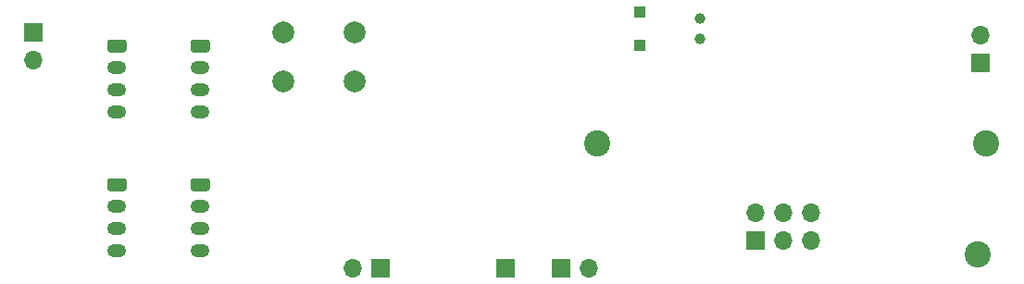
<source format=gbr>
G04 #@! TF.GenerationSoftware,KiCad,Pcbnew,5.1.6+dfsg1-1*
G04 #@! TF.CreationDate,2020-08-09T15:43:52+02:00*
G04 #@! TF.ProjectId,CaLoRa,43614c6f-5261-42e6-9b69-6361645f7063,rev?*
G04 #@! TF.SameCoordinates,Original*
G04 #@! TF.FileFunction,Soldermask,Bot*
G04 #@! TF.FilePolarity,Negative*
%FSLAX46Y46*%
G04 Gerber Fmt 4.6, Leading zero omitted, Abs format (unit mm)*
G04 Created by KiCad (PCBNEW 5.1.6+dfsg1-1) date 2020-08-09 15:43:52*
%MOMM*%
%LPD*%
G01*
G04 APERTURE LIST*
%ADD10C,2.400000*%
%ADD11R,1.000000X1.000000*%
%ADD12C,1.000000*%
%ADD13C,2.000000*%
%ADD14O,1.700000X1.700000*%
%ADD15R,1.700000X1.700000*%
%ADD16O,1.750000X1.200000*%
G04 APERTURE END LIST*
D10*
X229870000Y-97790000D03*
D11*
X198970000Y-78650000D03*
X198970000Y-75650000D03*
D12*
X204470000Y-78100000D03*
X204470000Y-76200000D03*
D13*
X172870000Y-77470000D03*
X172870000Y-81970000D03*
X166370000Y-77470000D03*
X166370000Y-81970000D03*
D14*
X230124000Y-77724000D03*
D15*
X230124000Y-80264000D03*
D14*
X143510000Y-80010000D03*
D15*
X143510000Y-77470000D03*
D16*
X151130000Y-84740000D03*
X151130000Y-82740000D03*
X151130000Y-80740000D03*
G36*
G01*
X150504999Y-78140000D02*
X151755001Y-78140000D01*
G75*
G02*
X152005000Y-78389999I0J-249999D01*
G01*
X152005000Y-79090001D01*
G75*
G02*
X151755001Y-79340000I-249999J0D01*
G01*
X150504999Y-79340000D01*
G75*
G02*
X150255000Y-79090001I0J249999D01*
G01*
X150255000Y-78389999D01*
G75*
G02*
X150504999Y-78140000I249999J0D01*
G01*
G37*
X158750000Y-84740000D03*
X158750000Y-82740000D03*
X158750000Y-80740000D03*
G36*
G01*
X158124999Y-78140000D02*
X159375001Y-78140000D01*
G75*
G02*
X159625000Y-78389999I0J-249999D01*
G01*
X159625000Y-79090001D01*
G75*
G02*
X159375001Y-79340000I-249999J0D01*
G01*
X158124999Y-79340000D01*
G75*
G02*
X157875000Y-79090001I0J249999D01*
G01*
X157875000Y-78389999D01*
G75*
G02*
X158124999Y-78140000I249999J0D01*
G01*
G37*
X151130000Y-97440000D03*
X151130000Y-95440000D03*
X151130000Y-93440000D03*
G36*
G01*
X150504999Y-90840000D02*
X151755001Y-90840000D01*
G75*
G02*
X152005000Y-91089999I0J-249999D01*
G01*
X152005000Y-91790001D01*
G75*
G02*
X151755001Y-92040000I-249999J0D01*
G01*
X150504999Y-92040000D01*
G75*
G02*
X150255000Y-91790001I0J249999D01*
G01*
X150255000Y-91089999D01*
G75*
G02*
X150504999Y-90840000I249999J0D01*
G01*
G37*
X158750000Y-97440000D03*
X158750000Y-95440000D03*
X158750000Y-93440000D03*
G36*
G01*
X158124999Y-90840000D02*
X159375001Y-90840000D01*
G75*
G02*
X159625000Y-91089999I0J-249999D01*
G01*
X159625000Y-91790001D01*
G75*
G02*
X159375001Y-92040000I-249999J0D01*
G01*
X158124999Y-92040000D01*
G75*
G02*
X157875000Y-91790001I0J249999D01*
G01*
X157875000Y-91089999D01*
G75*
G02*
X158124999Y-90840000I249999J0D01*
G01*
G37*
D10*
X195072000Y-87630000D03*
D14*
X214630000Y-93980000D03*
X214630000Y-96520000D03*
X212090000Y-93980000D03*
X212090000Y-96520000D03*
X209550000Y-93980000D03*
D15*
X209550000Y-96520000D03*
D14*
X172720000Y-99060000D03*
D15*
X175260000Y-99060000D03*
D14*
X194310000Y-99060000D03*
D15*
X191770000Y-99060000D03*
D10*
X230632000Y-87630000D03*
D15*
X186690000Y-99060000D03*
M02*

</source>
